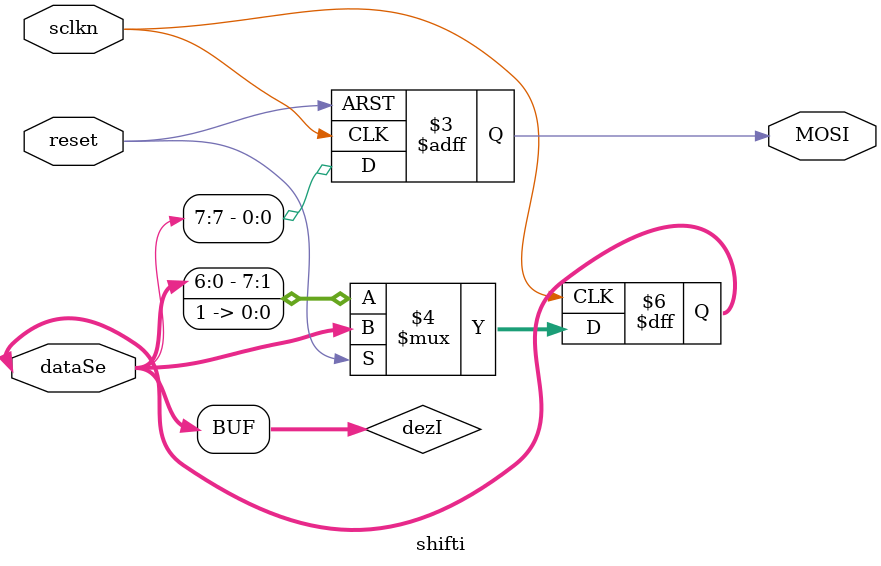
<source format=v>
module shifti #(parameter N=8)(input sclkn, input reset, input [N-1:0] dataSe, output reg MOSI);


// declaracion  de  variables


reg [N-1:0] dezI;



//carga de dato

always @(dataSe)
	dezI=dataSe;



//desplazamiento izquierda
always  @(posedge reset, posedge sclkn)
	begin
		if(reset)
			begin
			MOSI<=1;
			end
		else	
			begin
			MOSI<=dezI[N-1];
			dezI<={dezI[N-2:0], 1'b1};
			end	
	end






endmodule 

</source>
